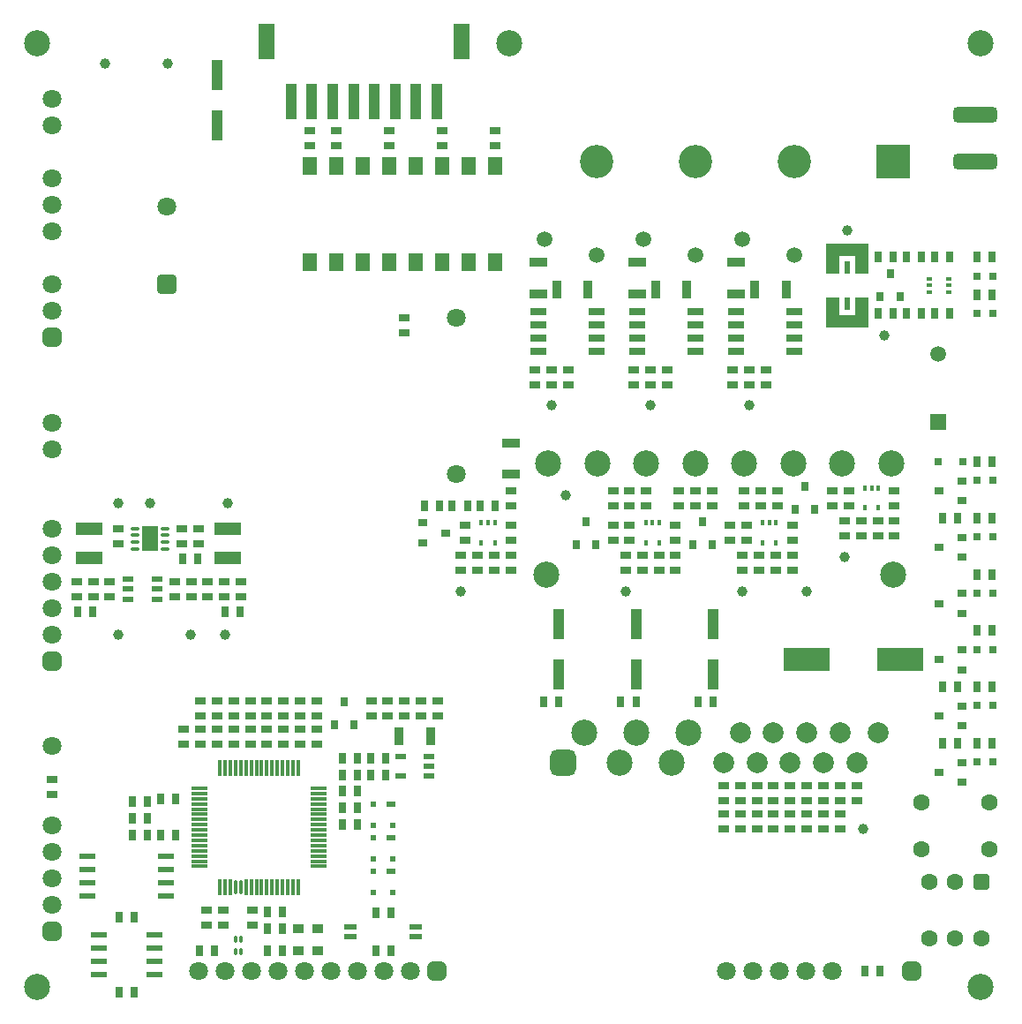
<source format=gbr>
%TF.GenerationSoftware,KiCad,Pcbnew,8.0.2*%
%TF.CreationDate,2024-05-14T20:48:52+07:00*%
%TF.ProjectId,HW.ACIM-INV,48572e41-4349-44d2-9d49-4e562e6b6963,0.0*%
%TF.SameCoordinates,Original*%
%TF.FileFunction,Soldermask,Top*%
%TF.FilePolarity,Negative*%
%FSLAX46Y46*%
G04 Gerber Fmt 4.6, Leading zero omitted, Abs format (unit mm)*
G04 Created by KiCad (PCBNEW 8.0.2) date 2024-05-14 20:48:52*
%MOMM*%
%LPD*%
G01*
G04 APERTURE LIST*
G04 Aperture macros list*
%AMRoundRect*
0 Rectangle with rounded corners*
0 $1 Rounding radius*
0 $2 $3 $4 $5 $6 $7 $8 $9 X,Y pos of 4 corners*
0 Add a 4 corners polygon primitive as box body*
4,1,4,$2,$3,$4,$5,$6,$7,$8,$9,$2,$3,0*
0 Add four circle primitives for the rounded corners*
1,1,$1+$1,$2,$3*
1,1,$1+$1,$4,$5*
1,1,$1+$1,$6,$7*
1,1,$1+$1,$8,$9*
0 Add four rect primitives between the rounded corners*
20,1,$1+$1,$2,$3,$4,$5,0*
20,1,$1+$1,$4,$5,$6,$7,0*
20,1,$1+$1,$6,$7,$8,$9,0*
20,1,$1+$1,$8,$9,$2,$3,0*%
%AMFreePoly0*
4,1,21,1.703536,2.003536,1.705000,2.000000,1.705000,0.750000,1.703536,0.746464,1.700000,0.745000,0.005000,0.745000,0.005000,-0.745000,1.700000,-0.745000,1.703536,-0.746464,1.705000,-0.750000,1.705000,-2.000000,1.703536,-2.003536,1.700000,-2.005000,-1.200000,-2.005000,-1.203536,-2.003536,-1.205000,-2.000000,-1.205000,2.000000,-1.203536,2.003536,-1.200000,2.005000,1.700000,2.005000,
1.703536,2.003536,1.703536,2.003536,$1*%
G04 Aperture macros list end*
%ADD10R,0.650000X1.000000*%
%ADD11C,1.000000*%
%ADD12R,1.000000X0.650000*%
%ADD13C,1.500000*%
%ADD14R,0.900000X1.700000*%
%ADD15R,1.700000X0.900000*%
%ADD16R,1.000000X3.500000*%
%ADD17R,1.500000X3.400000*%
%ADD18R,1.575000X0.650000*%
%ADD19RoundRect,0.250000X0.650000X-0.650000X0.650000X0.650000X-0.650000X0.650000X-0.650000X-0.650000X0*%
%ADD20C,1.800000*%
%ADD21C,2.500000*%
%ADD22RoundRect,0.150000X-0.000010X0.200000X-0.000010X-0.200000X0.000010X-0.200000X0.000010X0.200000X0*%
%ADD23R,0.800000X0.800000*%
%ADD24R,0.400000X0.600000*%
%ADD25R,1.500000X0.600000*%
%ADD26R,0.800000X0.900000*%
%ADD27R,1.200000X0.600000*%
%ADD28RoundRect,0.450000X0.450000X-0.450000X0.450000X0.450000X-0.450000X0.450000X-0.450000X-0.450000X0*%
%ADD29RoundRect,0.450000X0.450000X0.450000X-0.450000X0.450000X-0.450000X-0.450000X0.450000X-0.450000X0*%
%ADD30R,0.700000X0.700000*%
%ADD31RoundRect,0.375000X-1.725000X0.375000X-1.725000X-0.375000X1.725000X-0.375000X1.725000X0.375000X0*%
%ADD32R,0.900000X0.600000*%
%ADD33R,0.500000X0.600000*%
%ADD34R,0.900000X0.800000*%
%ADD35FreePoly0,270.000000*%
%ADD36FreePoly0,90.000000*%
%ADD37R,0.500000X1.200000*%
%ADD38R,2.500000X1.300000*%
%ADD39C,1.600000*%
%ADD40R,1.100000X0.600000*%
%ADD41R,3.200000X3.200000*%
%ADD42C,3.200000*%
%ADD43R,1.000000X3.000000*%
%ADD44O,0.800000X0.400000*%
%ADD45R,1.600000X2.400000*%
%ADD46R,4.400000X2.200000*%
%ADD47R,1.500000X1.500000*%
%ADD48R,1.050000X0.600000*%
%ADD49R,1.400000X1.800000*%
%ADD50R,1.000000X0.900000*%
%ADD51RoundRect,0.400000X0.400000X0.400000X-0.400000X0.400000X-0.400000X-0.400000X0.400000X-0.400000X0*%
%ADD52R,1.550000X0.600000*%
%ADD53R,0.600000X0.420000*%
%ADD54R,0.300000X1.500000*%
%ADD55R,1.500000X0.300000*%
%ADD56RoundRect,0.150000X0.000010X0.600000X-0.000010X0.600000X-0.000010X-0.600000X0.000010X-0.600000X0*%
%ADD57RoundRect,0.625000X-0.625000X-0.625000X0.625000X-0.625000X0.625000X0.625000X-0.625000X0.625000X0*%
%ADD58C,2.000000*%
G04 APERTURE END LIST*
D10*
%TO.C,C76*%
X179416100Y-129050100D03*
X180866100Y-129050100D03*
%TD*%
D11*
%TO.C,TP9*%
X177425000Y-89275000D03*
%TD*%
D10*
%TO.C,C79*%
X115375000Y-89450200D03*
X113925000Y-89450200D03*
%TD*%
D12*
%TO.C,R26*%
X155225000Y-82925000D03*
X155225000Y-84375000D03*
%TD*%
%TO.C,C9*%
X140625000Y-90600000D03*
X140625000Y-89150000D03*
%TD*%
%TO.C,C19*%
X161225000Y-90600000D03*
X161225000Y-89150000D03*
%TD*%
D13*
%TO.C,M3*%
X148625000Y-58850000D03*
X153625000Y-60350000D03*
%TD*%
D12*
%TO.C,R22*%
X173825000Y-113925000D03*
X173825000Y-115375000D03*
%TD*%
D10*
%TO.C,C42*%
X131943700Y-110175100D03*
X133393700Y-110175100D03*
%TD*%
%TO.C,C35*%
X109293700Y-123850100D03*
X107843700Y-123850100D03*
%TD*%
D12*
%TO.C,R34*%
X161525000Y-82925000D03*
X161525000Y-84375000D03*
%TD*%
%TO.C,C27*%
X172425000Y-86250000D03*
X172425000Y-87700000D03*
%TD*%
D14*
%TO.C,R69*%
X149825000Y-63650000D03*
X152825000Y-63650000D03*
%TD*%
D15*
%TO.C,C12*%
X148025000Y-61050000D03*
X148025000Y-64050000D03*
%TD*%
D12*
%TO.C,R35*%
X163125000Y-84375000D03*
X163125000Y-82925000D03*
%TD*%
D16*
%TO.C,J8*%
X138325000Y-45625000D03*
X136325000Y-45625000D03*
X134325000Y-45625000D03*
X132325000Y-45625000D03*
X130325000Y-45625000D03*
X128325000Y-45625000D03*
X126325000Y-45625000D03*
X124325000Y-45625000D03*
D17*
X140675000Y-39875000D03*
X121975000Y-39875000D03*
%TD*%
D10*
%TO.C,C92*%
X130693700Y-114975100D03*
X129243700Y-114975100D03*
%TD*%
D18*
%TO.C,U10*%
X153625000Y-69560000D03*
X153625000Y-68290000D03*
X153625000Y-67020000D03*
X153625000Y-65750000D03*
X148025000Y-65750000D03*
X148025000Y-67020000D03*
X148025000Y-68290000D03*
X148025000Y-69560000D03*
%TD*%
D19*
%TO.C,C75*%
X112450000Y-63178900D03*
D20*
X112450000Y-55678900D03*
%TD*%
D12*
%TO.C,R70*%
X126818700Y-103100100D03*
X126818700Y-104550100D03*
%TD*%
D21*
%TO.C,*%
X145250000Y-40000000D03*
%TD*%
D22*
%TO.C,FT7*%
X119518700Y-125925100D03*
X119518700Y-127175100D03*
X119018700Y-127175100D03*
X119018700Y-125925100D03*
%TD*%
D12*
%TO.C,R23*%
X173825000Y-112675000D03*
X173825000Y-111225000D03*
%TD*%
D10*
%TO.C,C95*%
X111818700Y-112475100D03*
X113268700Y-112475100D03*
%TD*%
D11*
%TO.C,TP11*%
X112500000Y-42000000D03*
%TD*%
D23*
%TO.C,D6*%
X191637500Y-81955000D03*
X190137500Y-81955000D03*
%TD*%
D12*
%TO.C,R72*%
X123618700Y-103100100D03*
X123618700Y-104550100D03*
%TD*%
D10*
%TO.C,R42*%
X182137500Y-60555000D03*
X180687500Y-60555000D03*
%TD*%
D11*
%TO.C,TP18*%
X177712500Y-58005000D03*
%TD*%
%TO.C,TP20*%
X107725000Y-96730200D03*
%TD*%
D12*
%TO.C,C22*%
X135218700Y-103100100D03*
X135218700Y-104550100D03*
%TD*%
D24*
%TO.C,U15*%
X180675000Y-82700000D03*
X180025000Y-82700000D03*
X179375000Y-82700000D03*
X179375000Y-84600000D03*
X180675000Y-84600000D03*
%TD*%
D12*
%TO.C,R71*%
X125218700Y-103100100D03*
X125218700Y-104550100D03*
%TD*%
D21*
%TO.C,*%
X190500000Y-40000000D03*
%TD*%
D20*
%TO.C,C1*%
X140225000Y-66350000D03*
X140225000Y-81350000D03*
%TD*%
D25*
%TO.C,U13*%
X112318700Y-121855100D03*
X112318700Y-120585100D03*
X112318700Y-119315100D03*
X112318700Y-118045100D03*
X104818700Y-118045100D03*
X104818700Y-119315100D03*
X104818700Y-120585100D03*
X104818700Y-121855100D03*
%TD*%
D11*
%TO.C,TP12*%
X173837500Y-92575000D03*
%TD*%
D12*
%TO.C,C46*%
X118818700Y-103100100D03*
X118818700Y-104550100D03*
%TD*%
%TO.C,C25*%
X172425000Y-90600000D03*
X172425000Y-89150000D03*
%TD*%
D26*
%TO.C,D2*%
X151675000Y-88075000D03*
X153575715Y-88077189D03*
X152625000Y-85875000D03*
%TD*%
D12*
%TO.C,C55*%
X114750000Y-91655200D03*
X114750000Y-93105200D03*
%TD*%
D27*
%TO.C,X1*%
X130018700Y-125700100D03*
X136318700Y-125700100D03*
X136318700Y-124800100D03*
X130018700Y-124800100D03*
%TD*%
D28*
%TO.C,J4*%
X101450000Y-99275200D03*
D20*
X101450000Y-96735200D03*
X101450000Y-94195200D03*
X101450000Y-91655200D03*
X101450000Y-89115200D03*
X101450000Y-86575200D03*
X101450000Y-78955200D03*
X101450000Y-76415200D03*
%TD*%
D10*
%TO.C,FT1*%
X105275000Y-94530200D03*
X103825000Y-94530200D03*
%TD*%
D12*
%TO.C,R17*%
X167425000Y-112675000D03*
X167425000Y-111225000D03*
%TD*%
%TO.C,C33*%
X122018700Y-105800100D03*
X122018700Y-107250100D03*
%TD*%
D23*
%TO.C,D12*%
X191637500Y-87355000D03*
X190137500Y-87355000D03*
%TD*%
D29*
%TO.C,J6*%
X138318700Y-129050100D03*
D20*
X135778700Y-129050100D03*
X133238700Y-129050100D03*
X130698700Y-129050100D03*
X128158700Y-129050100D03*
X125618700Y-129050100D03*
X123078700Y-129050100D03*
X120538700Y-129050100D03*
X117998700Y-129050100D03*
X115458700Y-129050100D03*
%TD*%
D23*
%TO.C,D9*%
X190137500Y-62355000D03*
X191637500Y-62355000D03*
%TD*%
D30*
%TO.C,D7*%
X186387500Y-80155000D03*
X188787500Y-80155000D03*
%TD*%
D10*
%TO.C,R111*%
X122093700Y-124950100D03*
X123543700Y-124950100D03*
%TD*%
D12*
%TO.C,C59*%
X116350000Y-91655200D03*
X116350000Y-93105200D03*
%TD*%
%TO.C,C28*%
X168025000Y-86250000D03*
X168025000Y-87700000D03*
%TD*%
D11*
%TO.C,TP3*%
X158825000Y-74750100D03*
%TD*%
D15*
%TO.C,C13*%
X157525000Y-61050000D03*
X157525000Y-64050000D03*
%TD*%
D12*
%TO.C,C52*%
X125218700Y-105800100D03*
X125218700Y-107250100D03*
%TD*%
%TO.C,C66*%
X147725000Y-72785000D03*
X147725000Y-71335000D03*
%TD*%
D11*
%TO.C,TP16*%
X150725000Y-83350000D03*
%TD*%
%TO.C,TP4*%
X168318700Y-74760000D03*
%TD*%
%TO.C,TP15*%
X114725000Y-96730200D03*
%TD*%
D10*
%TO.C,C30*%
X187537500Y-65955000D03*
X186087500Y-65955000D03*
%TD*%
D12*
%TO.C,R39*%
X166425000Y-86250000D03*
X166425000Y-87700000D03*
%TD*%
D10*
%TO.C,R56*%
X188312500Y-107155000D03*
X186862500Y-107155000D03*
%TD*%
D12*
%TO.C,C39*%
X182225000Y-82925000D03*
X182225000Y-84375000D03*
%TD*%
D13*
%TO.C,M1*%
X167625000Y-58850000D03*
X172625000Y-60350000D03*
%TD*%
D12*
%TO.C,R7*%
X178625000Y-111225000D03*
X178625000Y-112675000D03*
%TD*%
D23*
%TO.C,D8*%
X190137500Y-65955000D03*
X191637500Y-65955000D03*
%TD*%
D31*
%TO.C,G1*%
X189999000Y-46850000D03*
X189999000Y-51350000D03*
%TD*%
D12*
%TO.C,R28*%
X133618700Y-104550100D03*
X133618700Y-103100100D03*
%TD*%
%TO.C,R45*%
X138865000Y-48400000D03*
X138865000Y-49850000D03*
%TD*%
%TO.C,C48*%
X103750000Y-93105200D03*
X103750000Y-91655200D03*
%TD*%
%TO.C,R19*%
X170625000Y-113925000D03*
X170625000Y-115375000D03*
%TD*%
D32*
%TO.C,D10*%
X133918700Y-116250100D03*
D33*
X132218700Y-116250100D03*
X132218700Y-118250100D03*
X134118700Y-118250100D03*
%TD*%
D12*
%TO.C,C67*%
X150925000Y-72785000D03*
X150925000Y-71335000D03*
%TD*%
D34*
%TO.C,Q7*%
X188687500Y-105505000D03*
X188689689Y-103604285D03*
X186487500Y-104555000D03*
%TD*%
D12*
%TO.C,R8*%
X158425000Y-82925000D03*
X158425000Y-84375000D03*
%TD*%
%TO.C,R53*%
X176225000Y-82925000D03*
X176225000Y-84375000D03*
%TD*%
%TO.C,R18*%
X165825000Y-112675000D03*
X165825000Y-111225000D03*
%TD*%
%TO.C,C24*%
X161225000Y-86250000D03*
X161225000Y-87700000D03*
%TD*%
D21*
%TO.C,*%
X100000000Y-130500000D03*
%TD*%
D11*
%TO.C,TP1*%
X179225000Y-115375000D03*
%TD*%
D10*
%TO.C,R41*%
X183387500Y-65955000D03*
X184837500Y-65955000D03*
%TD*%
D12*
%TO.C,C26*%
X167625000Y-90600000D03*
X167625000Y-89150000D03*
%TD*%
D10*
%TO.C,C71*%
X109118700Y-112775100D03*
X110568700Y-112775100D03*
%TD*%
%TO.C,R55*%
X191612500Y-107155000D03*
X190162500Y-107155000D03*
%TD*%
D14*
%TO.C,R63*%
X159325000Y-63650000D03*
X162325000Y-63650000D03*
%TD*%
D12*
%TO.C,C61*%
X166725000Y-72785000D03*
X166725000Y-71335000D03*
%TD*%
D10*
%TO.C,C98*%
X133893700Y-127050100D03*
X132443700Y-127050100D03*
%TD*%
D21*
%TO.C,*%
X148825000Y-91025000D03*
%TD*%
D14*
%TO.C,R30*%
X134718700Y-106475100D03*
X137718700Y-106475100D03*
%TD*%
D12*
%TO.C,C38*%
X177425000Y-87300000D03*
X177425000Y-85850000D03*
%TD*%
D35*
%TO.C,R43*%
X177712500Y-60405000D03*
D36*
X177712500Y-66105000D03*
D37*
X177712500Y-61505000D03*
X177712500Y-65005000D03*
%TD*%
D10*
%TO.C,R2*%
X143950000Y-84375000D03*
X142500000Y-84375000D03*
%TD*%
D12*
%TO.C,R61*%
X128705000Y-48400000D03*
X128705000Y-49850000D03*
%TD*%
D38*
%TO.C,C32*%
X118250000Y-86575200D03*
X118250000Y-89375200D03*
%TD*%
D12*
%TO.C,R50*%
X180625000Y-85850000D03*
X180625000Y-87300000D03*
%TD*%
D39*
%TO.C,BT1*%
X191311100Y-117300100D03*
X184811100Y-117300100D03*
X191311100Y-112800100D03*
X184811100Y-112800100D03*
%TD*%
D12*
%TO.C,R10*%
X159625000Y-89150000D03*
X159625000Y-90600000D03*
%TD*%
%TO.C,C93*%
X117868700Y-124625100D03*
X117868700Y-123175100D03*
%TD*%
D10*
%TO.C,R40*%
X182137500Y-65955000D03*
X180687500Y-65955000D03*
%TD*%
%TO.C,C5*%
X157425000Y-103150000D03*
X155975000Y-103150000D03*
%TD*%
D26*
%TO.C,D20*%
X180862500Y-64355000D03*
X182763215Y-64357189D03*
X181812500Y-62155000D03*
%TD*%
D10*
%TO.C,FT3*%
X119475000Y-94530200D03*
X118025000Y-94530200D03*
%TD*%
D13*
%TO.C,M2*%
X158125000Y-58850000D03*
X163125000Y-60350000D03*
%TD*%
D10*
%TO.C,R20*%
X191612500Y-85555000D03*
X190162500Y-85555000D03*
%TD*%
D12*
%TO.C,R21*%
X172225000Y-113925000D03*
X172225000Y-115375000D03*
%TD*%
%TO.C,C17*%
X175425000Y-111225000D03*
X175425000Y-112675000D03*
%TD*%
D10*
%TO.C,C7*%
X164825000Y-103150000D03*
X163375000Y-103150000D03*
%TD*%
D12*
%TO.C,C20*%
X156425000Y-90600000D03*
X156425000Y-89150000D03*
%TD*%
%TO.C,C44*%
X115618700Y-105800100D03*
X115618700Y-107250100D03*
%TD*%
D10*
%TO.C,R4*%
X141250000Y-84375000D03*
X139800000Y-84375000D03*
%TD*%
D11*
%TO.C,TP2*%
X149325000Y-74760000D03*
%TD*%
D10*
%TO.C,C29*%
X184837500Y-60555000D03*
X183387500Y-60555000D03*
%TD*%
D24*
%TO.C,U2*%
X159675000Y-86025000D03*
X159025000Y-86025000D03*
X158375000Y-86025000D03*
X158375000Y-87925000D03*
X159675000Y-87925000D03*
%TD*%
D12*
%TO.C,R37*%
X164725000Y-82925000D03*
X164725000Y-84375000D03*
%TD*%
D10*
%TO.C,R66*%
X191612500Y-96355000D03*
X190162500Y-96355000D03*
%TD*%
D15*
%TO.C,C14*%
X145425000Y-81350000D03*
X145425000Y-78350000D03*
%TD*%
D40*
%TO.C,U8*%
X111450000Y-93330200D03*
X111450000Y-92380200D03*
X111450000Y-91430200D03*
X108650000Y-91430200D03*
X108650000Y-92380200D03*
X108650000Y-93330200D03*
%TD*%
D12*
%TO.C,R33*%
X155225000Y-86250000D03*
X155225000Y-87700000D03*
%TD*%
%TO.C,C41*%
X145425000Y-86250000D03*
X145425000Y-87700000D03*
%TD*%
%TO.C,C8*%
X145425000Y-90600000D03*
X145425000Y-89150000D03*
%TD*%
D34*
%TO.C,Q3*%
X188687500Y-83905000D03*
X188689689Y-82004285D03*
X186487500Y-82955000D03*
%TD*%
D12*
%TO.C,R62*%
X120418700Y-103100100D03*
X120418700Y-104550100D03*
%TD*%
%TO.C,R49*%
X169425000Y-84375000D03*
X169425000Y-82925000D03*
%TD*%
D38*
%TO.C,C83*%
X104950000Y-86575200D03*
X104950000Y-89375200D03*
%TD*%
D41*
%TO.C,J3*%
X182125000Y-51350000D03*
D42*
X172625000Y-51350000D03*
X163125000Y-51350000D03*
X153625000Y-51350000D03*
%TD*%
D12*
%TO.C,R5*%
X142225000Y-90600000D03*
X142225000Y-89150000D03*
%TD*%
D34*
%TO.C,Q2*%
X188687500Y-110905000D03*
X188689689Y-109004285D03*
X186487500Y-109955000D03*
%TD*%
D12*
%TO.C,R11*%
X177025000Y-113925000D03*
X177025000Y-115375000D03*
%TD*%
D43*
%TO.C,C4*%
X157425000Y-100550000D03*
X157425000Y-95750000D03*
%TD*%
D18*
%TO.C,U9*%
X163125000Y-69560000D03*
X163125000Y-68290000D03*
X163125000Y-67020000D03*
X163125000Y-65750000D03*
X157525000Y-65750000D03*
X157525000Y-67020000D03*
X157525000Y-68290000D03*
X157525000Y-69560000D03*
%TD*%
D32*
%TO.C,D11*%
X133918700Y-113050100D03*
D33*
X132218700Y-113050100D03*
X132218700Y-115050100D03*
X134118700Y-115050100D03*
%TD*%
D32*
%TO.C,D15*%
X133918700Y-119450100D03*
D33*
X132218700Y-119450100D03*
X132218700Y-121450100D03*
X134118700Y-121450100D03*
%TD*%
D44*
%TO.C,U14*%
X109350000Y-86575200D03*
X109350000Y-87225200D03*
X109350000Y-87875200D03*
X109350000Y-88525200D03*
X112250000Y-88525200D03*
X112250000Y-87875200D03*
X112250000Y-87225200D03*
X112250000Y-86575200D03*
D45*
X110800000Y-87550200D03*
%TD*%
D12*
%TO.C,R15*%
X169025000Y-113925000D03*
X169025000Y-115375000D03*
%TD*%
D26*
%TO.C,D4*%
X172675000Y-84750000D03*
X174575715Y-84752189D03*
X173625000Y-82550000D03*
%TD*%
D11*
%TO.C,TP14*%
X118250000Y-84175200D03*
%TD*%
D12*
%TO.C,R52*%
X179025000Y-87300000D03*
X179025000Y-85850000D03*
%TD*%
%TO.C,R54*%
X132018700Y-103100100D03*
X132018700Y-104550100D03*
%TD*%
D10*
%TO.C,C101*%
X123543700Y-123350100D03*
X122093700Y-123350100D03*
%TD*%
%TO.C,C90*%
X129243700Y-110175100D03*
X130693700Y-110175100D03*
%TD*%
%TO.C,C21*%
X129243700Y-108575100D03*
X130693700Y-108575100D03*
%TD*%
%TO.C,R67*%
X188312500Y-101755000D03*
X186862500Y-101755000D03*
%TD*%
%TO.C,R58*%
X188312500Y-85555000D03*
X186862500Y-85555000D03*
%TD*%
D23*
%TO.C,D5*%
X191637500Y-108955000D03*
X190137500Y-108955000D03*
%TD*%
D12*
%TO.C,C56*%
X113850000Y-88025200D03*
X113850000Y-86575200D03*
%TD*%
%TO.C,R25*%
X170625000Y-112675000D03*
X170625000Y-111225000D03*
%TD*%
%TO.C,C74*%
X126165000Y-49850000D03*
X126165000Y-48400000D03*
%TD*%
%TO.C,C15*%
X169925000Y-72785000D03*
X169925000Y-71335000D03*
%TD*%
%TO.C,C77*%
X101450000Y-112056100D03*
X101450000Y-110606100D03*
%TD*%
D10*
%TO.C,R59*%
X191612500Y-64155000D03*
X190162500Y-64155000D03*
%TD*%
D12*
%TO.C,R9*%
X156825000Y-84375000D03*
X156825000Y-82925000D03*
%TD*%
D11*
%TO.C,TP6*%
X140625000Y-92575000D03*
%TD*%
D12*
%TO.C,C37*%
X182225000Y-87300000D03*
X182225000Y-85850000D03*
%TD*%
%TO.C,C49*%
X105350000Y-93105200D03*
X105350000Y-91655200D03*
%TD*%
%TO.C,R51*%
X171025000Y-82925000D03*
X171025000Y-84375000D03*
%TD*%
%TO.C,R38*%
X169225000Y-90600000D03*
X169225000Y-89150000D03*
%TD*%
D11*
%TO.C,TP7*%
X156425000Y-92575000D03*
%TD*%
D23*
%TO.C,D14*%
X191637500Y-98155000D03*
X190137500Y-98155000D03*
%TD*%
D11*
%TO.C,TP19*%
X110818700Y-84175200D03*
%TD*%
D12*
%TO.C,C63*%
X157225000Y-72785000D03*
X157225000Y-71335000D03*
%TD*%
D46*
%TO.C,C16*%
X173837500Y-99155000D03*
X182737500Y-99155000D03*
%TD*%
D28*
%TO.C,J5*%
X101450000Y-125211100D03*
D20*
X101450000Y-122671100D03*
X101450000Y-120131100D03*
X101450000Y-117591100D03*
X101450000Y-115051100D03*
X101450000Y-107431100D03*
%TD*%
D12*
%TO.C,C62*%
X168325000Y-72785000D03*
X168325000Y-71335000D03*
%TD*%
%TO.C,R47*%
X122018700Y-103100100D03*
X122018700Y-104550100D03*
%TD*%
%TO.C,C18*%
X175425000Y-113925000D03*
X175425000Y-115375000D03*
%TD*%
D11*
%TO.C,TP17*%
X118025000Y-96730200D03*
%TD*%
D10*
%TO.C,R60*%
X191612500Y-60555000D03*
X190162500Y-60555000D03*
%TD*%
D12*
%TO.C,C68*%
X149325000Y-72785000D03*
X149325000Y-71335000D03*
%TD*%
D10*
%TO.C,C72*%
X109118700Y-115975100D03*
X110568700Y-115975100D03*
%TD*%
D12*
%TO.C,R14*%
X167425000Y-113925000D03*
X167425000Y-115375000D03*
%TD*%
D13*
%TO.C,BZ1*%
X186412500Y-69855000D03*
D47*
X186412500Y-76355000D03*
%TD*%
D26*
%TO.C,Q1*%
X128468700Y-105425100D03*
X130369415Y-105427289D03*
X129418700Y-103225100D03*
%TD*%
D12*
%TO.C,C78*%
X107750000Y-88025200D03*
X107750000Y-86575200D03*
%TD*%
D10*
%TO.C,R57*%
X191612500Y-80155000D03*
X190162500Y-80155000D03*
%TD*%
D21*
%TO.C,*%
X182125000Y-91025000D03*
%TD*%
D12*
%TO.C,C43*%
X115618700Y-103100100D03*
X115618700Y-104550100D03*
%TD*%
D11*
%TO.C,TP8*%
X167625000Y-92575000D03*
%TD*%
D18*
%TO.C,U7*%
X172625000Y-69560000D03*
X172625000Y-68290000D03*
X172625000Y-67020000D03*
X172625000Y-65750000D03*
X167025000Y-65750000D03*
X167025000Y-67020000D03*
X167025000Y-68290000D03*
X167025000Y-69560000D03*
%TD*%
D12*
%TO.C,R3*%
X143825000Y-89150000D03*
X143825000Y-90600000D03*
%TD*%
D11*
%TO.C,TP13*%
X107750000Y-84175200D03*
%TD*%
D12*
%TO.C,R31*%
X138418700Y-103100100D03*
X138418700Y-104550100D03*
%TD*%
D43*
%TO.C,C3*%
X150025000Y-100550000D03*
X150025000Y-95750000D03*
%TD*%
D11*
%TO.C,TP10*%
X106500000Y-42000000D03*
%TD*%
D12*
%TO.C,C40*%
X177825000Y-82925000D03*
X177825000Y-84375000D03*
%TD*%
D10*
%TO.C,R6*%
X138550000Y-84375000D03*
X137100000Y-84375000D03*
%TD*%
D12*
%TO.C,C96*%
X120668700Y-124625100D03*
X120668700Y-123175100D03*
%TD*%
D48*
%TO.C,U4*%
X137568700Y-110325100D03*
X137568700Y-109375100D03*
X137568700Y-108425100D03*
X134868700Y-108425100D03*
X134868700Y-110325100D03*
%TD*%
D10*
%TO.C,C100*%
X122093700Y-127050100D03*
X123543700Y-127050100D03*
%TD*%
D12*
%TO.C,C65*%
X158825000Y-72785000D03*
X158825000Y-71335000D03*
%TD*%
D34*
%TO.C,Q4*%
X188687500Y-89305000D03*
X188689689Y-87404285D03*
X186487500Y-88355000D03*
%TD*%
D10*
%TO.C,R110*%
X117018700Y-127050100D03*
X115568700Y-127050100D03*
%TD*%
D12*
%TO.C,C94*%
X118818700Y-105800100D03*
X118818700Y-107250100D03*
%TD*%
D29*
%TO.C,J2*%
X183841100Y-129050100D03*
D20*
X176221100Y-129050100D03*
X173681100Y-129050100D03*
X171141100Y-129050100D03*
X168601100Y-129050100D03*
X166061100Y-129050100D03*
%TD*%
D43*
%TO.C,C6*%
X164825000Y-100550000D03*
X164825000Y-95750000D03*
%TD*%
D23*
%TO.C,D13*%
X191637500Y-92755000D03*
X190137500Y-92755000D03*
%TD*%
D14*
%TO.C,R68*%
X168825000Y-63650000D03*
X171825000Y-63650000D03*
%TD*%
D12*
%TO.C,R32*%
X158025000Y-90600000D03*
X158025000Y-89150000D03*
%TD*%
%TO.C,R16*%
X169025000Y-112675000D03*
X169025000Y-111225000D03*
%TD*%
%TO.C,C23*%
X156825000Y-86250000D03*
X156825000Y-87700000D03*
%TD*%
%TO.C,C51*%
X126818700Y-105800100D03*
X126818700Y-107250100D03*
%TD*%
%TO.C,C36*%
X120418700Y-105800100D03*
X120418700Y-107250100D03*
%TD*%
%TO.C,C50*%
X106950000Y-93105200D03*
X106950000Y-91655200D03*
%TD*%
D10*
%TO.C,C34*%
X109293700Y-131050100D03*
X107843700Y-131050100D03*
%TD*%
D12*
%TO.C,R44*%
X133785000Y-48400000D03*
X133785000Y-49850000D03*
%TD*%
D10*
%TO.C,R65*%
X191612500Y-101755000D03*
X190162500Y-101755000D03*
%TD*%
D12*
%TO.C,R46*%
X143945000Y-48400000D03*
X143945000Y-49850000D03*
%TD*%
%TO.C,R36*%
X170825000Y-89150000D03*
X170825000Y-90600000D03*
%TD*%
%TO.C,C54*%
X115450000Y-88025200D03*
X115450000Y-86575200D03*
%TD*%
%TO.C,R1*%
X145425000Y-82925000D03*
X145425000Y-84375000D03*
%TD*%
D10*
%TO.C,C70*%
X109118700Y-114375100D03*
X110568700Y-114375100D03*
%TD*%
D12*
%TO.C,R13*%
X165825000Y-113925000D03*
X165825000Y-115375000D03*
%TD*%
D10*
%TO.C,R64*%
X191612500Y-90955000D03*
X190162500Y-90955000D03*
%TD*%
D12*
%TO.C,C60*%
X123618700Y-105800100D03*
X123618700Y-107250100D03*
%TD*%
D49*
%TO.C,OP1*%
X143945000Y-51825000D03*
X141405000Y-51825000D03*
X138865000Y-51825000D03*
X136325000Y-51825000D03*
X133785000Y-51825000D03*
X131245000Y-51825000D03*
X128705000Y-51825000D03*
X126165000Y-51825000D03*
X126165000Y-60985000D03*
X128705000Y-60985000D03*
X131245000Y-60985000D03*
X133785000Y-60985000D03*
X136325000Y-60985000D03*
X138865000Y-60985000D03*
X141405000Y-60985000D03*
X143945000Y-60985000D03*
%TD*%
D12*
%TO.C,C64*%
X160425000Y-72785000D03*
X160425000Y-71335000D03*
%TD*%
D10*
%TO.C,C31*%
X187537500Y-60555000D03*
X186087500Y-60555000D03*
%TD*%
D50*
%TO.C,U6*%
X126918700Y-127050100D03*
X126918700Y-124950100D03*
X125018700Y-124950100D03*
X125018700Y-127050100D03*
%TD*%
D11*
%TO.C,TP5*%
X181225000Y-68060000D03*
%TD*%
D34*
%TO.C,Q5*%
X188687500Y-94705000D03*
X188689689Y-92804285D03*
X186487500Y-93755000D03*
%TD*%
D10*
%TO.C,FT6*%
X130693700Y-111775100D03*
X129243700Y-111775100D03*
%TD*%
D51*
%TO.C,SW1*%
X190561100Y-120450100D03*
D39*
X188061100Y-120450100D03*
X185561100Y-120450100D03*
X190561100Y-125850100D03*
X188061100Y-125850100D03*
X185561100Y-125850100D03*
%TD*%
D34*
%TO.C,Q6*%
X188687500Y-100105000D03*
X188689689Y-98204285D03*
X186487500Y-99155000D03*
%TD*%
D12*
%TO.C,FT2*%
X135225000Y-67800000D03*
X135225000Y-66350000D03*
%TD*%
%TO.C,C57*%
X119550000Y-91655200D03*
X119550000Y-93105200D03*
%TD*%
%TO.C,C97*%
X116268700Y-124625100D03*
X116268700Y-123175100D03*
%TD*%
D52*
%TO.C,U11*%
X111268700Y-129355100D03*
X111268700Y-128085100D03*
X111264877Y-126821502D03*
X111268700Y-125545100D03*
X105868700Y-125545100D03*
X105868700Y-126815100D03*
X105868700Y-128085100D03*
X105868700Y-129355100D03*
%TD*%
D53*
%TO.C,U3*%
X187462500Y-63905000D03*
X187462500Y-63255000D03*
X187462500Y-62605000D03*
X185562500Y-62605000D03*
X185562500Y-63255000D03*
X185562500Y-63905000D03*
%TD*%
D26*
%TO.C,D3*%
X162875000Y-88075000D03*
X164775715Y-88077189D03*
X163825000Y-85875000D03*
%TD*%
D23*
%TO.C,D16*%
X191637500Y-103555000D03*
X190137500Y-103555000D03*
%TD*%
D12*
%TO.C,R48*%
X167825000Y-82925000D03*
X167825000Y-84375000D03*
%TD*%
D34*
%TO.C,D1*%
X136975000Y-86025000D03*
X136972811Y-87925715D03*
X139175000Y-86975000D03*
%TD*%
D15*
%TO.C,C11*%
X167025000Y-64050000D03*
X167025000Y-61050000D03*
%TD*%
D28*
%TO.C,J1*%
X101450000Y-68258900D03*
D20*
X101450000Y-65718900D03*
X101450000Y-63178900D03*
X101450000Y-58098900D03*
X101450000Y-55558900D03*
X101450000Y-53018900D03*
X101450000Y-47938900D03*
X101450000Y-45398900D03*
%TD*%
D21*
%TO.C,*%
X190500000Y-130500000D03*
%TD*%
D12*
%TO.C,R29*%
X136818700Y-104550100D03*
X136818700Y-103100100D03*
%TD*%
%TO.C,C69*%
X117218700Y-103100100D03*
X117218700Y-104550100D03*
%TD*%
D21*
%TO.C,REF\u002A\u002A*%
X100000000Y-40000000D03*
%TD*%
D12*
%TO.C,R24*%
X172225000Y-112675000D03*
X172225000Y-111225000D03*
%TD*%
D10*
%TO.C,C91*%
X130693700Y-113375100D03*
X129243700Y-113375100D03*
%TD*%
D54*
%TO.C,U5*%
X125018700Y-109525100D03*
X124518700Y-109525100D03*
X124018700Y-109525100D03*
X123518700Y-109525100D03*
X123018700Y-109525100D03*
X122518700Y-109525100D03*
X122018700Y-109525100D03*
X121518700Y-109525100D03*
X121018700Y-109525100D03*
X120518700Y-109525100D03*
X120018700Y-109525100D03*
X119518700Y-109525100D03*
X119018700Y-109525100D03*
X118518700Y-109525100D03*
X118018700Y-109525100D03*
X117518700Y-109525100D03*
D55*
X115568700Y-111475100D03*
X115568700Y-111975100D03*
X115568700Y-112475100D03*
X115568700Y-112975100D03*
X115568700Y-113475100D03*
X115568700Y-113975100D03*
X115568700Y-114475100D03*
X115568700Y-114975100D03*
X115568700Y-115475100D03*
X115568700Y-115975100D03*
X115568700Y-116475100D03*
X115568700Y-116975100D03*
X115568700Y-117475100D03*
X115568700Y-117975100D03*
X115568700Y-118475100D03*
X115568700Y-118975100D03*
D54*
X117518700Y-120925100D03*
X118018700Y-120925100D03*
X118518700Y-120925100D03*
D56*
X119018700Y-120925100D03*
X119518700Y-120925100D03*
D54*
X120018700Y-120925100D03*
X120518700Y-120925100D03*
X121018700Y-120925100D03*
X121518700Y-120925100D03*
X122018700Y-120925100D03*
X122518700Y-120925100D03*
X123018700Y-120925100D03*
X123518700Y-120925100D03*
X124018700Y-120925100D03*
X124518700Y-120925100D03*
X125018700Y-120925100D03*
D55*
X126968700Y-118975100D03*
X126968700Y-118475100D03*
X126968700Y-117975100D03*
X126968700Y-117475100D03*
X126968700Y-116975100D03*
X126968700Y-116475100D03*
X126968700Y-115975100D03*
X126968700Y-115475100D03*
X126968700Y-114975100D03*
X126968700Y-114475100D03*
X126968700Y-113975100D03*
X126968700Y-113475100D03*
X126968700Y-112975100D03*
X126968700Y-112475100D03*
X126968700Y-111975100D03*
X126968700Y-111475100D03*
%TD*%
D12*
%TO.C,R12*%
X177025000Y-112675000D03*
X177025000Y-111225000D03*
%TD*%
D24*
%TO.C,U12*%
X170875000Y-86025000D03*
X170225000Y-86025000D03*
X169575000Y-86025000D03*
X169575000Y-87925000D03*
X170875000Y-87925000D03*
%TD*%
D12*
%TO.C,C47*%
X114018700Y-105800100D03*
X114018700Y-107250100D03*
%TD*%
D10*
%TO.C,C89*%
X111818700Y-115975100D03*
X113268700Y-115975100D03*
%TD*%
D24*
%TO.C,U16*%
X143875000Y-86025000D03*
X143225000Y-86025000D03*
X142575000Y-86025000D03*
X142575000Y-87925000D03*
X143875000Y-87925000D03*
%TD*%
D10*
%TO.C,C99*%
X133893700Y-123450100D03*
X132443700Y-123450100D03*
%TD*%
D12*
%TO.C,C10*%
X141025000Y-87700000D03*
X141025000Y-86250000D03*
%TD*%
D10*
%TO.C,R27*%
X133393700Y-108575100D03*
X131943700Y-108575100D03*
%TD*%
D43*
%TO.C,C73*%
X117245000Y-43075000D03*
X117245000Y-47875000D03*
%TD*%
D12*
%TO.C,C53*%
X113150000Y-91655200D03*
X113150000Y-93105200D03*
%TD*%
%TO.C,C58*%
X117950000Y-91655200D03*
X117950000Y-93105200D03*
%TD*%
D10*
%TO.C,C2*%
X150025000Y-103150000D03*
X148575000Y-103150000D03*
%TD*%
D12*
%TO.C,C45*%
X117218700Y-105800100D03*
X117218700Y-107250100D03*
%TD*%
D57*
%TO.C,U1*%
X150425000Y-109050000D03*
D21*
X152425000Y-106150000D03*
X155825000Y-109050000D03*
X157425000Y-106150000D03*
X160825000Y-109050000D03*
X162425000Y-106150000D03*
D58*
X165825000Y-109050000D03*
X167425000Y-106150000D03*
X169025000Y-109050000D03*
X170625000Y-106150000D03*
X172225000Y-109050000D03*
X173825000Y-106150000D03*
X175425000Y-109050000D03*
X177025000Y-106150000D03*
X178625000Y-109050000D03*
X180625000Y-106150000D03*
D21*
X181925000Y-80350000D03*
X177225000Y-80350000D03*
X172525000Y-80350000D03*
X167825000Y-80350000D03*
X163125000Y-80350000D03*
X158425000Y-80350000D03*
X153725000Y-80350000D03*
X149025000Y-80350000D03*
%TD*%
M02*

</source>
